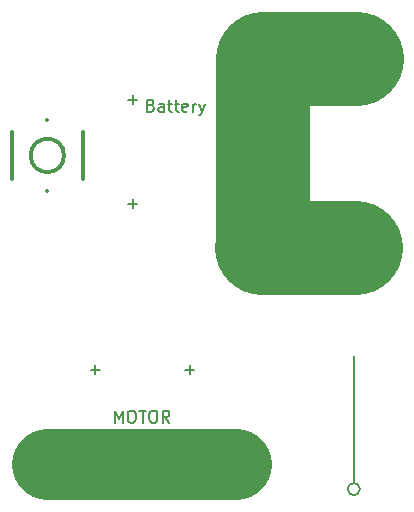
<source format=gto>
%TF.GenerationSoftware,KiCad,Pcbnew,4.0.4+e1-6308~48~ubuntu16.04.1-stable*%
%TF.CreationDate,2016-12-29T13:19:20-08:00*%
%TF.ProjectId,VibeMotor-Button-Battery,566962654D6F746F722D427574746F6E,rev?*%
%TF.FileFunction,Legend,Top*%
%FSLAX46Y46*%
G04 Gerber Fmt 4.6, Leading zero omitted, Abs format (unit mm)*
G04 Created by KiCad (PCBNEW 4.0.4+e1-6308~48~ubuntu16.04.1-stable) date Thu Dec 29 13:19:20 2016*
%MOMM*%
%LPD*%
G01*
G04 APERTURE LIST*
%ADD10C,0.350000*%
%ADD11C,0.152400*%
%ADD12C,6.000000*%
%ADD13C,0.150000*%
%ADD14C,8.000000*%
G04 APERTURE END LIST*
D10*
D11*
X156832905Y-114950119D02*
X156832905Y-113934119D01*
X157171571Y-114659833D01*
X157510238Y-113934119D01*
X157510238Y-114950119D01*
X158187572Y-113934119D02*
X158381095Y-113934119D01*
X158477857Y-113982500D01*
X158574619Y-114079262D01*
X158623000Y-114272786D01*
X158623000Y-114611452D01*
X158574619Y-114804976D01*
X158477857Y-114901738D01*
X158381095Y-114950119D01*
X158187572Y-114950119D01*
X158090810Y-114901738D01*
X157994048Y-114804976D01*
X157945667Y-114611452D01*
X157945667Y-114272786D01*
X157994048Y-114079262D01*
X158090810Y-113982500D01*
X158187572Y-113934119D01*
X158913286Y-113934119D02*
X159493857Y-113934119D01*
X159203572Y-114950119D02*
X159203572Y-113934119D01*
X160026048Y-113934119D02*
X160219571Y-113934119D01*
X160316333Y-113982500D01*
X160413095Y-114079262D01*
X160461476Y-114272786D01*
X160461476Y-114611452D01*
X160413095Y-114804976D01*
X160316333Y-114901738D01*
X160219571Y-114950119D01*
X160026048Y-114950119D01*
X159929286Y-114901738D01*
X159832524Y-114804976D01*
X159784143Y-114611452D01*
X159784143Y-114272786D01*
X159832524Y-114079262D01*
X159929286Y-113982500D01*
X160026048Y-113934119D01*
X161477476Y-114950119D02*
X161138810Y-114466310D01*
X160896905Y-114950119D02*
X160896905Y-113934119D01*
X161283952Y-113934119D01*
X161380714Y-113982500D01*
X161429095Y-114030881D01*
X161477476Y-114127643D01*
X161477476Y-114272786D01*
X161429095Y-114369548D01*
X161380714Y-114417929D01*
X161283952Y-114466310D01*
X160896905Y-114466310D01*
D12*
X167132000Y-118490000D02*
X151132000Y-118490000D01*
D13*
X154144200Y-94336600D02*
X154144200Y-90336600D01*
X148144200Y-94336600D02*
X148144200Y-90336600D01*
D10*
X151144200Y-95336600D02*
X151144200Y-95336600D01*
X154144200Y-90336600D02*
X154144200Y-94336600D01*
X148144200Y-90336600D02*
X148144200Y-94336600D01*
X151144200Y-89336600D02*
X151144200Y-89336600D01*
X152558414Y-92336600D02*
G75*
G03X152558414Y-92336600I-1414214J0D01*
G01*
D11*
X177088800Y-120015000D02*
X177088800Y-109347000D01*
X177597733Y-120586500D02*
G75*
G03X177597733Y-120586500I-508933J0D01*
G01*
D14*
X169380900Y-84163900D02*
X169380900Y-100163900D01*
X177380900Y-84163900D02*
X169380900Y-84163900D01*
X177280900Y-100163900D02*
X169280900Y-100163900D01*
D13*
X155203429Y-110870952D02*
X155203429Y-110109047D01*
X155584381Y-110489999D02*
X154822476Y-110489999D01*
X162751048Y-118561429D02*
X163512953Y-118561429D01*
X154751048Y-118561429D02*
X155512953Y-118561429D01*
X163203429Y-110870952D02*
X163203429Y-110109047D01*
X163584381Y-110489999D02*
X162822476Y-110489999D01*
X159909471Y-88092471D02*
X160052328Y-88140090D01*
X160099947Y-88187710D01*
X160147566Y-88282948D01*
X160147566Y-88425805D01*
X160099947Y-88521043D01*
X160052328Y-88568662D01*
X159957090Y-88616281D01*
X159576137Y-88616281D01*
X159576137Y-87616281D01*
X159909471Y-87616281D01*
X160004709Y-87663900D01*
X160052328Y-87711519D01*
X160099947Y-87806757D01*
X160099947Y-87901995D01*
X160052328Y-87997233D01*
X160004709Y-88044852D01*
X159909471Y-88092471D01*
X159576137Y-88092471D01*
X161004709Y-88616281D02*
X161004709Y-88092471D01*
X160957090Y-87997233D01*
X160861852Y-87949614D01*
X160671375Y-87949614D01*
X160576137Y-87997233D01*
X161004709Y-88568662D02*
X160909471Y-88616281D01*
X160671375Y-88616281D01*
X160576137Y-88568662D01*
X160528518Y-88473424D01*
X160528518Y-88378186D01*
X160576137Y-88282948D01*
X160671375Y-88235329D01*
X160909471Y-88235329D01*
X161004709Y-88187710D01*
X161338042Y-87949614D02*
X161718994Y-87949614D01*
X161480899Y-87616281D02*
X161480899Y-88473424D01*
X161528518Y-88568662D01*
X161623756Y-88616281D01*
X161718994Y-88616281D01*
X161909471Y-87949614D02*
X162290423Y-87949614D01*
X162052328Y-87616281D02*
X162052328Y-88473424D01*
X162099947Y-88568662D01*
X162195185Y-88616281D01*
X162290423Y-88616281D01*
X163004710Y-88568662D02*
X162909472Y-88616281D01*
X162718995Y-88616281D01*
X162623757Y-88568662D01*
X162576138Y-88473424D01*
X162576138Y-88092471D01*
X162623757Y-87997233D01*
X162718995Y-87949614D01*
X162909472Y-87949614D01*
X163004710Y-87997233D01*
X163052329Y-88092471D01*
X163052329Y-88187710D01*
X162576138Y-88282948D01*
X163480900Y-88616281D02*
X163480900Y-87949614D01*
X163480900Y-88140090D02*
X163528519Y-88044852D01*
X163576138Y-87997233D01*
X163671376Y-87949614D01*
X163766615Y-87949614D01*
X164004710Y-87949614D02*
X164242805Y-88616281D01*
X164480901Y-87949614D02*
X164242805Y-88616281D01*
X164147567Y-88854376D01*
X164099948Y-88901995D01*
X164004710Y-88949614D01*
X157999948Y-96435329D02*
X158761853Y-96435329D01*
X158380901Y-96816281D02*
X158380901Y-96054376D01*
X157999948Y-87635329D02*
X158761853Y-87635329D01*
X158380901Y-88016281D02*
X158380901Y-87254376D01*
M02*

</source>
